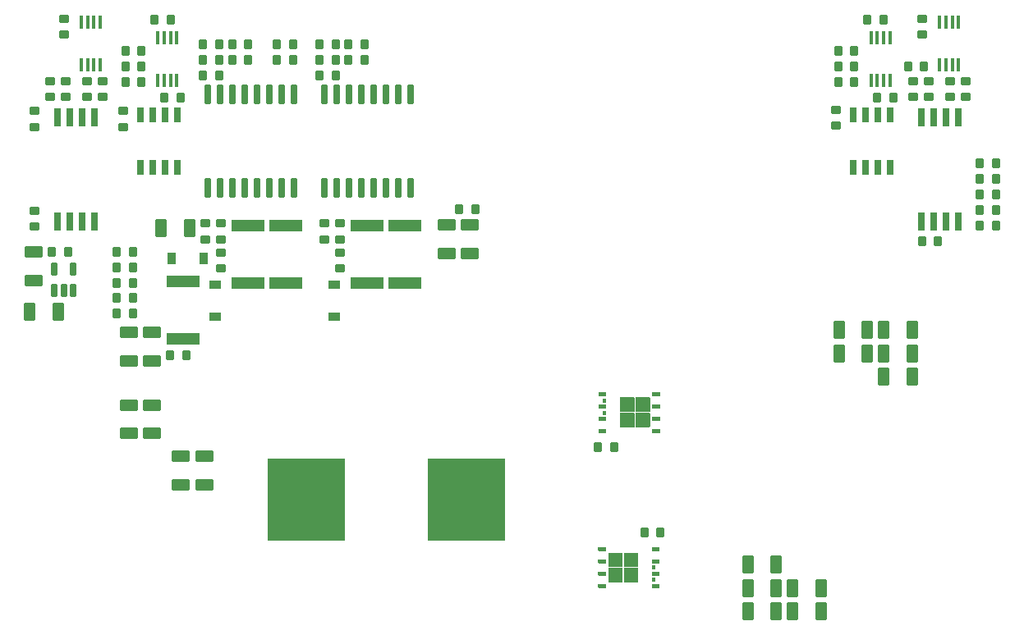
<source format=gbr>
%TF.GenerationSoftware,KiCad,Pcbnew,8.0.4*%
%TF.CreationDate,2024-08-09T15:48:12+02:00*%
%TF.ProjectId,ELE0124CL_power_boost,454c4530-3132-4344-934c-5f706f776572,1.0*%
%TF.SameCoordinates,Original*%
%TF.FileFunction,Paste,Top*%
%TF.FilePolarity,Positive*%
%FSLAX46Y46*%
G04 Gerber Fmt 4.6, Leading zero omitted, Abs format (unit mm)*
G04 Created by KiCad (PCBNEW 8.0.4) date 2024-08-09 15:48:12*
%MOMM*%
%LPD*%
G01*
G04 APERTURE LIST*
G04 Aperture macros list*
%AMRoundRect*
0 Rectangle with rounded corners*
0 $1 Rounding radius*
0 $2 $3 $4 $5 $6 $7 $8 $9 X,Y pos of 4 corners*
0 Add a 4 corners polygon primitive as box body*
4,1,4,$2,$3,$4,$5,$6,$7,$8,$9,$2,$3,0*
0 Add four circle primitives for the rounded corners*
1,1,$1+$1,$2,$3*
1,1,$1+$1,$4,$5*
1,1,$1+$1,$6,$7*
1,1,$1+$1,$8,$9*
0 Add four rect primitives between the rounded corners*
20,1,$1+$1,$2,$3,$4,$5,0*
20,1,$1+$1,$4,$5,$6,$7,0*
20,1,$1+$1,$6,$7,$8,$9,0*
20,1,$1+$1,$8,$9,$2,$3,0*%
G04 Aperture macros list end*
%ADD10C,0.000000*%
%ADD11RoundRect,0.050000X0.425000X-0.350000X0.425000X0.350000X-0.425000X0.350000X-0.425000X-0.350000X0*%
%ADD12RoundRect,0.050000X0.350000X0.425000X-0.350000X0.425000X-0.350000X-0.425000X0.350000X-0.425000X0*%
%ADD13RoundRect,0.050000X-0.425000X0.350000X-0.425000X-0.350000X0.425000X-0.350000X0.425000X0.350000X0*%
%ADD14RoundRect,0.050000X1.625000X-0.562500X1.625000X0.562500X-1.625000X0.562500X-1.625000X-0.562500X0*%
%ADD15RoundRect,0.050000X-0.525000X-0.850000X0.525000X-0.850000X0.525000X0.850000X-0.525000X0.850000X0*%
%ADD16RoundRect,0.050000X3.950000X4.200000X-3.950000X4.200000X-3.950000X-4.200000X3.950000X-4.200000X0*%
%ADD17RoundRect,0.050000X-0.250000X0.950000X-0.250000X-0.950000X0.250000X-0.950000X0.250000X0.950000X0*%
%ADD18RoundRect,0.050000X0.150000X-0.650000X0.150000X0.650000X-0.150000X0.650000X-0.150000X-0.650000X0*%
%ADD19RoundRect,0.050000X-0.850000X0.525000X-0.850000X-0.525000X0.850000X-0.525000X0.850000X0.525000X0*%
%ADD20RoundRect,0.050000X-0.350000X-0.425000X0.350000X-0.425000X0.350000X0.425000X-0.350000X0.425000X0*%
%ADD21RoundRect,0.050000X0.525000X0.850000X-0.525000X0.850000X-0.525000X-0.850000X0.525000X-0.850000X0*%
%ADD22RoundRect,0.050000X0.850000X-0.525000X0.850000X0.525000X-0.850000X0.525000X-0.850000X-0.525000X0*%
%ADD23RoundRect,0.050000X-1.625000X0.562500X-1.625000X-0.562500X1.625000X-0.562500X1.625000X0.562500X0*%
%ADD24RoundRect,0.050000X0.250000X-0.750000X0.250000X0.750000X-0.250000X0.750000X-0.250000X-0.750000X0*%
%ADD25RoundRect,0.050000X0.250000X-0.612500X0.250000X0.612500X-0.250000X0.612500X-0.250000X-0.612500X0*%
%ADD26RoundRect,0.050000X0.400000X0.550000X-0.400000X0.550000X-0.400000X-0.550000X0.400000X-0.550000X0*%
%ADD27RoundRect,0.050000X-0.550000X0.400000X-0.550000X-0.400000X0.550000X-0.400000X0.550000X0.400000X0*%
%ADD28RoundRect,0.050000X0.270000X-0.902500X0.270000X0.902500X-0.270000X0.902500X-0.270000X-0.902500X0*%
G04 APERTURE END LIST*
D10*
%TO.C,Q1*%
G36*
X146151903Y-105699922D02*
G01*
X146151903Y-105699922D01*
G75*
G02*
X146201903Y-105749922I-3J-49978D01*
G01*
X146201903Y-106089922D01*
G75*
G02*
X146151903Y-106139922I-50003J22D01*
G01*
X145431903Y-106139922D01*
G75*
G02*
X145381903Y-106089922I-3J50022D01*
G01*
X145381903Y-105749922D01*
G75*
G02*
X145431903Y-105699922I49997J22D01*
G01*
X146151903Y-105699922D01*
G37*
G36*
X146151903Y-104429922D02*
G01*
X146151903Y-104429922D01*
G75*
G02*
X146201903Y-104479922I-3J-49978D01*
G01*
X146201903Y-104819922D01*
G75*
G02*
X146151903Y-104869922I-50003J22D01*
G01*
X145431903Y-104869922D01*
G75*
G02*
X145381903Y-104819922I-3J50022D01*
G01*
X145381903Y-104479922D01*
G75*
G02*
X145431903Y-104429922I49997J22D01*
G01*
X146151903Y-104429922D01*
G37*
G36*
X146151903Y-103150000D02*
G01*
X146151903Y-103150000D01*
G75*
G02*
X146201903Y-103200000I-3J-50000D01*
G01*
X146201903Y-103540000D01*
G75*
G02*
X146151903Y-103590000I-50003J0D01*
G01*
X145431903Y-103590000D01*
G75*
G02*
X145381903Y-103540000I-3J50000D01*
G01*
X145381903Y-103200000D01*
G75*
G02*
X145431903Y-103150000I49997J0D01*
G01*
X146151903Y-103150000D01*
G37*
G36*
X146151903Y-101880000D02*
G01*
X146151903Y-101880000D01*
G75*
G02*
X146201903Y-101930000I-3J-50000D01*
G01*
X146201903Y-102270000D01*
G75*
G02*
X146151903Y-102320000I-50003J0D01*
G01*
X145431903Y-102320000D01*
G75*
G02*
X145381903Y-102270000I-3J50000D01*
G01*
X145381903Y-101930000D01*
G75*
G02*
X145431903Y-101880000I49997J0D01*
G01*
X146151903Y-101880000D01*
G37*
G36*
X145101903Y-104040000D02*
G01*
X145101903Y-104040000D01*
G75*
G02*
X145151903Y-104090000I-3J-50000D01*
G01*
X145151903Y-105490000D01*
G75*
G02*
X145101903Y-105540000I-50003J0D01*
G01*
X143701903Y-105540000D01*
G75*
G02*
X143651903Y-105490000I-3J50000D01*
G01*
X143651903Y-104090000D01*
G75*
G02*
X143701903Y-104040000I49997J0D01*
G01*
X145101903Y-104040000D01*
G37*
G36*
X145101903Y-102440000D02*
G01*
X145101903Y-102440000D01*
G75*
G02*
X145151903Y-102490000I-3J-50000D01*
G01*
X145151903Y-103890000D01*
G75*
G02*
X145101903Y-103940000I-50003J0D01*
G01*
X143701903Y-103940000D01*
G75*
G02*
X143651903Y-103890000I-3J50000D01*
G01*
X143651903Y-102490000D01*
G75*
G02*
X143701903Y-102440000I49997J0D01*
G01*
X145101903Y-102440000D01*
G37*
G36*
X143501903Y-104040000D02*
G01*
X143501903Y-104040000D01*
G75*
G02*
X143551903Y-104090000I-3J-50000D01*
G01*
X143551903Y-105490000D01*
G75*
G02*
X143501903Y-105540000I-50003J0D01*
G01*
X142101903Y-105540000D01*
G75*
G02*
X142051903Y-105490000I-3J50000D01*
G01*
X142051903Y-104090000D01*
G75*
G02*
X142101903Y-104040000I49997J0D01*
G01*
X143501903Y-104040000D01*
G37*
G36*
X143501903Y-102440000D02*
G01*
X143501903Y-102440000D01*
G75*
G02*
X143551903Y-102490000I-3J-50000D01*
G01*
X143551903Y-103890000D01*
G75*
G02*
X143501903Y-103940000I-50003J0D01*
G01*
X142101903Y-103940000D01*
G75*
G02*
X142051903Y-103890000I-3J50000D01*
G01*
X142051903Y-102490000D01*
G75*
G02*
X142101903Y-102440000I49997J0D01*
G01*
X143501903Y-102440000D01*
G37*
G36*
X140610000Y-105690000D02*
G01*
X140610000Y-105690000D01*
G75*
G02*
X140660000Y-105740000I0J-50000D01*
G01*
X140660000Y-106080000D01*
G75*
G02*
X140610000Y-106130000I-50000J0D01*
G01*
X139890000Y-106130000D01*
G75*
G02*
X139840000Y-106080000I0J50000D01*
G01*
X139840000Y-105740000D01*
G75*
G02*
X139890000Y-105690000I50000J0D01*
G01*
X140610000Y-105690000D01*
G37*
G36*
X140610000Y-104420000D02*
G01*
X140610000Y-104420000D01*
G75*
G02*
X140660000Y-104470000I0J-50000D01*
G01*
X140660000Y-104810000D01*
G75*
G02*
X140610000Y-104860000I-50000J0D01*
G01*
X139890000Y-104860000D01*
G75*
G02*
X139840000Y-104810000I0J50000D01*
G01*
X139840000Y-104470000D01*
G75*
G02*
X139890000Y-104420000I50000J0D01*
G01*
X140610000Y-104420000D01*
G37*
G36*
X140610000Y-103150000D02*
G01*
X140610000Y-103150000D01*
G75*
G02*
X140660000Y-103200000I0J-50000D01*
G01*
X140660000Y-103540000D01*
G75*
G02*
X140610000Y-103590000I-50000J0D01*
G01*
X139890000Y-103590000D01*
G75*
G02*
X139840000Y-103540000I0J50000D01*
G01*
X139840000Y-103200000D01*
G75*
G02*
X139890000Y-103150000I50000J0D01*
G01*
X140610000Y-103150000D01*
G37*
G36*
X140610000Y-101880000D02*
G01*
X140610000Y-101880000D01*
G75*
G02*
X140660000Y-101930000I0J-50000D01*
G01*
X140660000Y-102270000D01*
G75*
G02*
X140610000Y-102320000I-50000J0D01*
G01*
X139890000Y-102320000D01*
G75*
G02*
X139840000Y-102270000I0J50000D01*
G01*
X139840000Y-101930000D01*
G75*
G02*
X139890000Y-101880000I50000J0D01*
G01*
X140610000Y-101880000D01*
G37*
G36*
X140610000Y-103820000D02*
G01*
X140610000Y-103820000D01*
G75*
G02*
X140660000Y-103870000I0J-50000D01*
G01*
X140660000Y-104210000D01*
G75*
G02*
X140610000Y-104260000I-50000J0D01*
G01*
X140340000Y-104260000D01*
G75*
G02*
X140290000Y-104210000I0J50000D01*
G01*
X140290000Y-103870000D01*
G75*
G02*
X140340000Y-103820000I50000J0D01*
G01*
X140610000Y-103820000D01*
G37*
G36*
X140610000Y-102540000D02*
G01*
X140610000Y-102540000D01*
G75*
G02*
X140660000Y-102590000I0J-50000D01*
G01*
X140660000Y-102930000D01*
G75*
G02*
X140610000Y-102980000I-50000J0D01*
G01*
X140340000Y-102980000D01*
G75*
G02*
X140290000Y-102930000I0J50000D01*
G01*
X140290000Y-102590000D01*
G75*
G02*
X140340000Y-102540000I50000J0D01*
G01*
X140610000Y-102540000D01*
G37*
%TO.C,Q2*%
G36*
X145660000Y-121020000D02*
G01*
X145660000Y-121020000D01*
G75*
G02*
X145710000Y-121070000I0J-50000D01*
G01*
X145710000Y-121410000D01*
G75*
G02*
X145660000Y-121460000I-50000J0D01*
G01*
X145390000Y-121460000D01*
G75*
G02*
X145340000Y-121410000I0J50000D01*
G01*
X145340000Y-121070000D01*
G75*
G02*
X145390000Y-121020000I50000J0D01*
G01*
X145660000Y-121020000D01*
G37*
G36*
X145660000Y-119740000D02*
G01*
X145660000Y-119740000D01*
G75*
G02*
X145710000Y-119790000I0J-50000D01*
G01*
X145710000Y-120130000D01*
G75*
G02*
X145660000Y-120180000I-50000J0D01*
G01*
X145390000Y-120180000D01*
G75*
G02*
X145340000Y-120130000I0J50000D01*
G01*
X145340000Y-119790000D01*
G75*
G02*
X145390000Y-119740000I50000J0D01*
G01*
X145660000Y-119740000D01*
G37*
G36*
X146110000Y-121680000D02*
G01*
X146110000Y-121680000D01*
G75*
G02*
X146160000Y-121730000I0J-50000D01*
G01*
X146160000Y-122070000D01*
G75*
G02*
X146110000Y-122120000I-50000J0D01*
G01*
X145390000Y-122120000D01*
G75*
G02*
X145340000Y-122070000I0J50000D01*
G01*
X145340000Y-121730000D01*
G75*
G02*
X145390000Y-121680000I50000J0D01*
G01*
X146110000Y-121680000D01*
G37*
G36*
X146110000Y-120410000D02*
G01*
X146110000Y-120410000D01*
G75*
G02*
X146160000Y-120460000I0J-50000D01*
G01*
X146160000Y-120800000D01*
G75*
G02*
X146110000Y-120850000I-50000J0D01*
G01*
X145390000Y-120850000D01*
G75*
G02*
X145340000Y-120800000I0J50000D01*
G01*
X145340000Y-120460000D01*
G75*
G02*
X145390000Y-120410000I50000J0D01*
G01*
X146110000Y-120410000D01*
G37*
G36*
X146110000Y-119140000D02*
G01*
X146110000Y-119140000D01*
G75*
G02*
X146160000Y-119190000I0J-50000D01*
G01*
X146160000Y-119530000D01*
G75*
G02*
X146110000Y-119580000I-50000J0D01*
G01*
X145390000Y-119580000D01*
G75*
G02*
X145340000Y-119530000I0J50000D01*
G01*
X145340000Y-119190000D01*
G75*
G02*
X145390000Y-119140000I50000J0D01*
G01*
X146110000Y-119140000D01*
G37*
G36*
X146110000Y-117870000D02*
G01*
X146110000Y-117870000D01*
G75*
G02*
X146160000Y-117920000I0J-50000D01*
G01*
X146160000Y-118260000D01*
G75*
G02*
X146110000Y-118310000I-50000J0D01*
G01*
X145390000Y-118310000D01*
G75*
G02*
X145340000Y-118260000I0J50000D01*
G01*
X145340000Y-117920000D01*
G75*
G02*
X145390000Y-117870000I50000J0D01*
G01*
X146110000Y-117870000D01*
G37*
G36*
X143898097Y-120060000D02*
G01*
X143898097Y-120060000D01*
G75*
G02*
X143948097Y-120110000I3J-50000D01*
G01*
X143948097Y-121510000D01*
G75*
G02*
X143898097Y-121560000I-49997J0D01*
G01*
X142498097Y-121560000D01*
G75*
G02*
X142448097Y-121510000I3J50000D01*
G01*
X142448097Y-120110000D01*
G75*
G02*
X142498097Y-120060000I50003J0D01*
G01*
X143898097Y-120060000D01*
G37*
G36*
X143898097Y-118460000D02*
G01*
X143898097Y-118460000D01*
G75*
G02*
X143948097Y-118510000I3J-50000D01*
G01*
X143948097Y-119910000D01*
G75*
G02*
X143898097Y-119960000I-49997J0D01*
G01*
X142498097Y-119960000D01*
G75*
G02*
X142448097Y-119910000I3J50000D01*
G01*
X142448097Y-118510000D01*
G75*
G02*
X142498097Y-118460000I50003J0D01*
G01*
X143898097Y-118460000D01*
G37*
G36*
X142298097Y-120060000D02*
G01*
X142298097Y-120060000D01*
G75*
G02*
X142348097Y-120110000I3J-50000D01*
G01*
X142348097Y-121510000D01*
G75*
G02*
X142298097Y-121560000I-49997J0D01*
G01*
X140898097Y-121560000D01*
G75*
G02*
X140848097Y-121510000I3J50000D01*
G01*
X140848097Y-120110000D01*
G75*
G02*
X140898097Y-120060000I50003J0D01*
G01*
X142298097Y-120060000D01*
G37*
G36*
X142298097Y-118460000D02*
G01*
X142298097Y-118460000D01*
G75*
G02*
X142348097Y-118510000I3J-50000D01*
G01*
X142348097Y-119910000D01*
G75*
G02*
X142298097Y-119960000I-49997J0D01*
G01*
X140898097Y-119960000D01*
G75*
G02*
X140848097Y-119910000I3J50000D01*
G01*
X140848097Y-118510000D01*
G75*
G02*
X140898097Y-118460000I50003J0D01*
G01*
X142298097Y-118460000D01*
G37*
G36*
X140568097Y-121680000D02*
G01*
X140568097Y-121680000D01*
G75*
G02*
X140618097Y-121730000I3J-50000D01*
G01*
X140618097Y-122070000D01*
G75*
G02*
X140568097Y-122120000I-49997J0D01*
G01*
X139848097Y-122120000D01*
G75*
G02*
X139798097Y-122070000I3J50000D01*
G01*
X139798097Y-121730000D01*
G75*
G02*
X139848097Y-121680000I50003J0D01*
G01*
X140568097Y-121680000D01*
G37*
G36*
X140568097Y-120410000D02*
G01*
X140568097Y-120410000D01*
G75*
G02*
X140618097Y-120460000I3J-50000D01*
G01*
X140618097Y-120800000D01*
G75*
G02*
X140568097Y-120850000I-49997J0D01*
G01*
X139848097Y-120850000D01*
G75*
G02*
X139798097Y-120800000I3J50000D01*
G01*
X139798097Y-120460000D01*
G75*
G02*
X139848097Y-120410000I50003J0D01*
G01*
X140568097Y-120410000D01*
G37*
G36*
X140568097Y-119130078D02*
G01*
X140568097Y-119130078D01*
G75*
G02*
X140618097Y-119180078I3J-50022D01*
G01*
X140618097Y-119520078D01*
G75*
G02*
X140568097Y-119570078I-49997J-22D01*
G01*
X139848097Y-119570078D01*
G75*
G02*
X139798097Y-119520078I3J49978D01*
G01*
X139798097Y-119180078D01*
G75*
G02*
X139848097Y-119130078I50003J-22D01*
G01*
X140568097Y-119130078D01*
G37*
G36*
X140568097Y-117860078D02*
G01*
X140568097Y-117860078D01*
G75*
G02*
X140618097Y-117910078I3J-50022D01*
G01*
X140618097Y-118250078D01*
G75*
G02*
X140568097Y-118300078I-49997J-22D01*
G01*
X139848097Y-118300078D01*
G75*
G02*
X139798097Y-118250078I3J49978D01*
G01*
X139798097Y-117910078D01*
G75*
G02*
X139848097Y-117860078I50003J-22D01*
G01*
X140568097Y-117860078D01*
G37*
%TD*%
D11*
%TO.C,C33*%
X100900000Y-86125000D03*
X100900000Y-84475000D03*
%TD*%
D12*
%TO.C,R32*%
X180825000Y-81500000D03*
X179175000Y-81500000D03*
%TD*%
%TO.C,C48*%
X166225000Y-66700000D03*
X164575000Y-66700000D03*
%TD*%
D13*
%TO.C,C40*%
X84700000Y-63375000D03*
X84700000Y-65025000D03*
%TD*%
D11*
%TO.C,R24*%
X84900000Y-71425000D03*
X84900000Y-69775000D03*
%TD*%
D12*
%TO.C,D3*%
X115725000Y-66000000D03*
X114075000Y-66000000D03*
%TD*%
D13*
%TO.C,C37*%
X81700000Y-72875000D03*
X81700000Y-74525000D03*
%TD*%
%TO.C,R27*%
X87100000Y-69775000D03*
X87100000Y-71425000D03*
%TD*%
D14*
%TO.C,R10*%
X97000000Y-96362500D03*
X97000000Y-90437500D03*
%TD*%
D12*
%TO.C,R29*%
X92730000Y-68300000D03*
X91080000Y-68300000D03*
%TD*%
D15*
%TO.C,C20*%
X159825000Y-122100000D03*
X162775000Y-122100000D03*
%TD*%
D16*
%TO.C,L1*%
X126250000Y-113000000D03*
X109750000Y-113000000D03*
%TD*%
D11*
%TO.C,C34*%
X113200000Y-86125000D03*
X113200000Y-84475000D03*
%TD*%
D17*
%TO.C,U4*%
X120450000Y-71200000D03*
X119175000Y-71200000D03*
X117905000Y-71200000D03*
X116635000Y-71200000D03*
X115365000Y-71200000D03*
X114095000Y-71200000D03*
X112825000Y-71200000D03*
X111555000Y-71200000D03*
X111555000Y-80800000D03*
X112825000Y-80800000D03*
X114095000Y-80800000D03*
X115365000Y-80800000D03*
X116635000Y-80800000D03*
X117905000Y-80800000D03*
X119175000Y-80800000D03*
X120450000Y-80800000D03*
%TD*%
D18*
%TO.C,U7*%
X94430000Y-69700000D03*
X95080000Y-69700000D03*
X95730000Y-69700000D03*
X96380000Y-69700000D03*
X96380000Y-65300000D03*
X95730000Y-65300000D03*
X95080000Y-65300000D03*
X94430000Y-65300000D03*
%TD*%
D19*
%TO.C,C5*%
X96800000Y-108525000D03*
X96800000Y-111475000D03*
%TD*%
D20*
%TO.C,R34*%
X168575000Y-71500000D03*
X170225000Y-71500000D03*
%TD*%
D13*
%TO.C,C38*%
X90805000Y-72875000D03*
X90805000Y-74525000D03*
%TD*%
D12*
%TO.C,R39*%
X166225000Y-69900000D03*
X164575000Y-69900000D03*
%TD*%
D13*
%TO.C,R26*%
X83300000Y-69775000D03*
X83300000Y-71425000D03*
%TD*%
D20*
%TO.C,C39*%
X94080000Y-63500000D03*
X95730000Y-63500000D03*
%TD*%
D19*
%TO.C,C51*%
X81600000Y-87425000D03*
X81600000Y-90375000D03*
%TD*%
D20*
%TO.C,R21*%
X90175000Y-90600000D03*
X91825000Y-90600000D03*
%TD*%
D21*
%TO.C,C15*%
X167575000Y-97900000D03*
X164625000Y-97900000D03*
%TD*%
D15*
%TO.C,C12*%
X159825000Y-124500000D03*
X162775000Y-124500000D03*
%TD*%
D22*
%TO.C,C3*%
X91400000Y-106175000D03*
X91400000Y-103225000D03*
%TD*%
D20*
%TO.C,C42*%
X179175000Y-78300000D03*
X180825000Y-78300000D03*
%TD*%
D23*
%TO.C,R13*%
X103700000Y-84737500D03*
X103700000Y-90662500D03*
%TD*%
%TO.C,R14*%
X116000000Y-84737500D03*
X116000000Y-90662500D03*
%TD*%
D20*
%TO.C,C46*%
X167575000Y-63500000D03*
X169225000Y-63500000D03*
%TD*%
D15*
%TO.C,C17*%
X169225000Y-95500000D03*
X172175000Y-95500000D03*
%TD*%
D11*
%TO.C,C44*%
X172300000Y-71425000D03*
X172300000Y-69775000D03*
%TD*%
D20*
%TO.C,R42*%
X144575000Y-116400000D03*
X146225000Y-116400000D03*
%TD*%
D12*
%TO.C,C41*%
X92730000Y-66700000D03*
X91080000Y-66700000D03*
%TD*%
D19*
%TO.C,C29*%
X93800000Y-95725000D03*
X93800000Y-98675000D03*
%TD*%
D24*
%TO.C,U9*%
X166095000Y-78700000D03*
X167365000Y-78700000D03*
X168635000Y-78700000D03*
X169905000Y-78700000D03*
X169905000Y-73300000D03*
X168635000Y-73300000D03*
X167365000Y-73300000D03*
X166095000Y-73300000D03*
%TD*%
D12*
%TO.C,R20*%
X91825000Y-92200000D03*
X90175000Y-92200000D03*
%TD*%
%TO.C,R41*%
X141425000Y-107600000D03*
X139775000Y-107600000D03*
%TD*%
D20*
%TO.C,R33*%
X179175000Y-79900000D03*
X180825000Y-79900000D03*
%TD*%
D12*
%TO.C,D2*%
X103725000Y-67600000D03*
X102075000Y-67600000D03*
%TD*%
D21*
%TO.C,C21*%
X158175000Y-119700000D03*
X155225000Y-119700000D03*
%TD*%
D11*
%TO.C,R16*%
X113200000Y-89125000D03*
X113200000Y-87475000D03*
%TD*%
%TO.C,R36*%
X177700000Y-71425000D03*
X177700000Y-69775000D03*
%TD*%
D20*
%TO.C,C27*%
X95675000Y-98100000D03*
X97325000Y-98100000D03*
%TD*%
D25*
%TO.C,U13*%
X83750000Y-91437500D03*
X84700000Y-91437500D03*
X85650000Y-91437500D03*
X85650000Y-89162500D03*
X83750000Y-89162500D03*
%TD*%
D13*
%TO.C,R38*%
X176100000Y-69775000D03*
X176100000Y-71425000D03*
%TD*%
D21*
%TO.C,C16*%
X167575000Y-95500000D03*
X164625000Y-95500000D03*
%TD*%
D12*
%TO.C,C24*%
X100725000Y-69200000D03*
X99075000Y-69200000D03*
%TD*%
D11*
%TO.C,R25*%
X88700000Y-71425000D03*
X88700000Y-69775000D03*
%TD*%
D13*
%TO.C,C47*%
X173200000Y-63375000D03*
X173200000Y-65025000D03*
%TD*%
D15*
%TO.C,C26*%
X94725000Y-85000000D03*
X97675000Y-85000000D03*
%TD*%
D12*
%TO.C,R37*%
X173425000Y-68300000D03*
X171775000Y-68300000D03*
%TD*%
%TO.C,D1*%
X103725000Y-66000000D03*
X102075000Y-66000000D03*
%TD*%
D21*
%TO.C,C13*%
X158175000Y-124500000D03*
X155225000Y-124500000D03*
%TD*%
D12*
%TO.C,C25*%
X112725000Y-69200000D03*
X111075000Y-69200000D03*
%TD*%
D19*
%TO.C,C31*%
X91400000Y-95725000D03*
X91400000Y-98675000D03*
%TD*%
D12*
%TO.C,R40*%
X166225000Y-68300000D03*
X164575000Y-68300000D03*
%TD*%
%TO.C,R28*%
X92730000Y-69900000D03*
X91080000Y-69900000D03*
%TD*%
D20*
%TO.C,R8*%
X106675000Y-67600000D03*
X108325000Y-67600000D03*
%TD*%
D11*
%TO.C,R18*%
X111600000Y-86125000D03*
X111600000Y-84475000D03*
%TD*%
D15*
%TO.C,C19*%
X169225000Y-97900000D03*
X172175000Y-97900000D03*
%TD*%
D20*
%TO.C,R23*%
X95080000Y-71500000D03*
X96730000Y-71500000D03*
%TD*%
D11*
%TO.C,R35*%
X173900000Y-71425000D03*
X173900000Y-69775000D03*
%TD*%
D12*
%TO.C,R22*%
X91825000Y-89000000D03*
X90175000Y-89000000D03*
%TD*%
D26*
%TO.C,D5*%
X95850000Y-88100000D03*
X99150000Y-88100000D03*
%TD*%
D21*
%TO.C,C23*%
X158175000Y-122100000D03*
X155225000Y-122100000D03*
%TD*%
D27*
%TO.C,D6*%
X100300000Y-94150000D03*
X100300000Y-90850000D03*
%TD*%
D15*
%TO.C,C49*%
X81225000Y-93600000D03*
X84175000Y-93600000D03*
%TD*%
D23*
%TO.C,R11*%
X107600000Y-84737500D03*
X107600000Y-90662500D03*
%TD*%
D28*
%TO.C,U10*%
X173095000Y-84300000D03*
X174365000Y-84300000D03*
X175635000Y-84300000D03*
X176905000Y-84300000D03*
X176905000Y-73500000D03*
X175635000Y-73500000D03*
X174365000Y-73500000D03*
X173095000Y-73500000D03*
%TD*%
D19*
%TO.C,C32*%
X124200000Y-84625000D03*
X124200000Y-87575000D03*
%TD*%
D20*
%TO.C,C43*%
X173175000Y-86300000D03*
X174825000Y-86300000D03*
%TD*%
D11*
%TO.C,C36*%
X81700000Y-84825000D03*
X81700000Y-83175000D03*
%TD*%
D22*
%TO.C,C4*%
X93800000Y-106175000D03*
X93800000Y-103225000D03*
%TD*%
D23*
%TO.C,R12*%
X119900000Y-84737500D03*
X119900000Y-90662500D03*
%TD*%
D12*
%TO.C,R30*%
X180825000Y-84700000D03*
X179175000Y-84700000D03*
%TD*%
D24*
%TO.C,U5*%
X92600000Y-78700000D03*
X93870000Y-78700000D03*
X95140000Y-78700000D03*
X96410000Y-78700000D03*
X96410000Y-73300000D03*
X95140000Y-73300000D03*
X93870000Y-73300000D03*
X92600000Y-73300000D03*
%TD*%
D27*
%TO.C,D7*%
X112600000Y-94150000D03*
X112600000Y-90850000D03*
%TD*%
D18*
%TO.C,U8*%
X86525000Y-68100000D03*
X87175000Y-68100000D03*
X87825000Y-68100000D03*
X88475000Y-68100000D03*
X88475000Y-63700000D03*
X87825000Y-63700000D03*
X87175000Y-63700000D03*
X86525000Y-63700000D03*
%TD*%
D11*
%TO.C,R15*%
X100900000Y-89125000D03*
X100900000Y-87475000D03*
%TD*%
D20*
%TO.C,R6*%
X111075000Y-66000000D03*
X112725000Y-66000000D03*
%TD*%
D12*
%TO.C,C35*%
X91825000Y-87400000D03*
X90175000Y-87400000D03*
%TD*%
D20*
%TO.C,R4*%
X99075000Y-66000000D03*
X100725000Y-66000000D03*
%TD*%
D15*
%TO.C,C22*%
X169225000Y-100300000D03*
X172175000Y-100300000D03*
%TD*%
D18*
%TO.C,U12*%
X175025000Y-68100000D03*
X175675000Y-68100000D03*
X176325000Y-68100000D03*
X176975000Y-68100000D03*
X176975000Y-63700000D03*
X176325000Y-63700000D03*
X175675000Y-63700000D03*
X175025000Y-63700000D03*
%TD*%
D12*
%TO.C,D4*%
X115725000Y-67600000D03*
X114075000Y-67600000D03*
%TD*%
D20*
%TO.C,C50*%
X83475000Y-87400000D03*
X85125000Y-87400000D03*
%TD*%
%TO.C,R19*%
X90175000Y-93800000D03*
X91825000Y-93800000D03*
%TD*%
%TO.C,R31*%
X179175000Y-83100000D03*
X180825000Y-83100000D03*
%TD*%
D19*
%TO.C,C6*%
X99200000Y-108525000D03*
X99200000Y-111475000D03*
%TD*%
D11*
%TO.C,R17*%
X99300000Y-86125000D03*
X99300000Y-84475000D03*
%TD*%
D17*
%TO.C,U3*%
X108450000Y-71200000D03*
X107175000Y-71200000D03*
X105905000Y-71200000D03*
X104635000Y-71200000D03*
X103365000Y-71200000D03*
X102095000Y-71200000D03*
X100825000Y-71200000D03*
X99555000Y-71200000D03*
X99555000Y-80800000D03*
X100825000Y-80800000D03*
X102095000Y-80800000D03*
X103365000Y-80800000D03*
X104635000Y-80800000D03*
X105905000Y-80800000D03*
X107175000Y-80800000D03*
X108450000Y-80800000D03*
%TD*%
D19*
%TO.C,C30*%
X126600000Y-84625000D03*
X126600000Y-87575000D03*
%TD*%
D20*
%TO.C,C28*%
X125475000Y-83000000D03*
X127125000Y-83000000D03*
%TD*%
D18*
%TO.C,U11*%
X167925000Y-69700000D03*
X168575000Y-69700000D03*
X169225000Y-69700000D03*
X169875000Y-69700000D03*
X169875000Y-65300000D03*
X169225000Y-65300000D03*
X168575000Y-65300000D03*
X167925000Y-65300000D03*
%TD*%
D20*
%TO.C,R9*%
X106675000Y-66000000D03*
X108325000Y-66000000D03*
%TD*%
%TO.C,R5*%
X99075000Y-67600000D03*
X100725000Y-67600000D03*
%TD*%
D28*
%TO.C,U6*%
X84095000Y-84300000D03*
X85365000Y-84300000D03*
X86635000Y-84300000D03*
X87905000Y-84300000D03*
X87905000Y-73500000D03*
X86635000Y-73500000D03*
X85365000Y-73500000D03*
X84095000Y-73500000D03*
%TD*%
D13*
%TO.C,C45*%
X164300000Y-72775000D03*
X164300000Y-74425000D03*
%TD*%
D20*
%TO.C,R7*%
X111075000Y-67600000D03*
X112725000Y-67600000D03*
%TD*%
M02*

</source>
